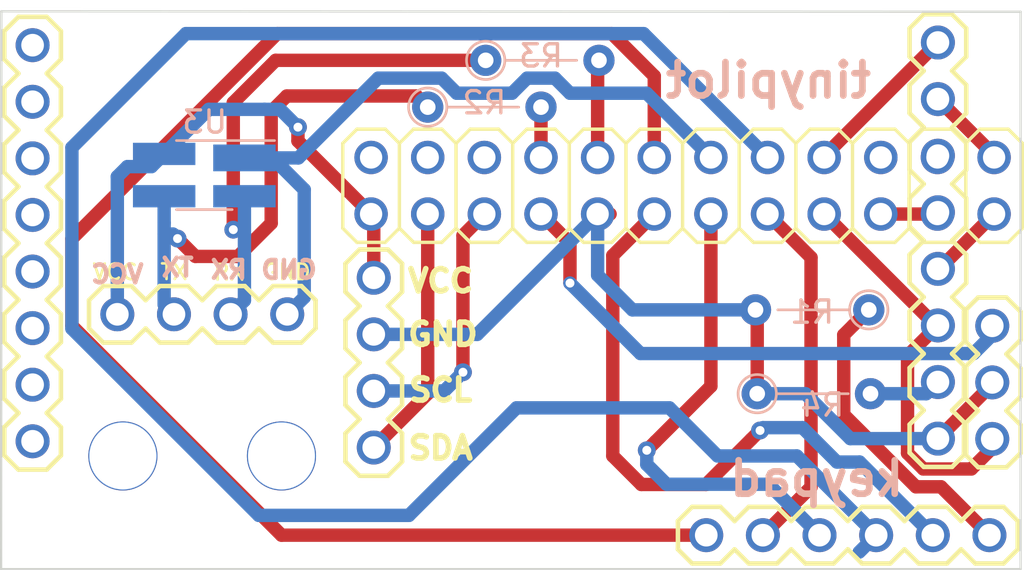
<source format=kicad_pcb>
(kicad_pcb (version 20171130) (host pcbnew 5.0.2)

  (general
    (thickness 1.6)
    (drawings 14)
    (tracks 154)
    (zones 0)
    (modules 12)
    (nets 36)
  )

  (page A4)
  (layers
    (0 F.Cu signal)
    (31 B.Cu signal)
    (32 B.Adhes user)
    (33 F.Adhes user)
    (34 B.Paste user)
    (35 F.Paste user)
    (36 B.SilkS user)
    (37 F.SilkS user)
    (38 B.Mask user)
    (39 F.Mask user)
    (40 Dwgs.User user)
    (41 Cmts.User user)
    (42 Eco1.User user)
    (43 Eco2.User user)
    (44 Edge.Cuts user)
    (45 Margin user)
    (46 B.CrtYd user)
    (47 F.CrtYd user)
    (48 B.Fab user)
    (49 F.Fab user)
  )

  (setup
    (last_trace_width 0.25)
    (user_trace_width 0.6)
    (trace_clearance 0.2)
    (zone_clearance 0.508)
    (zone_45_only no)
    (trace_min 0.2)
    (segment_width 0.2)
    (edge_width 0.1)
    (via_size 0.6)
    (via_drill 0.4)
    (via_min_size 0.4)
    (via_min_drill 0.3)
    (user_via 0.8 0.4)
    (uvia_size 0.3)
    (uvia_drill 0.1)
    (uvias_allowed no)
    (uvia_min_size 0.2)
    (uvia_min_drill 0.1)
    (pcb_text_width 0.3)
    (pcb_text_size 1.5 1.5)
    (mod_edge_width 0.15)
    (mod_text_size 1 1)
    (mod_text_width 0.15)
    (pad_size 1.2 2.8)
    (pad_drill 0)
    (pad_to_mask_clearance 0)
    (solder_mask_min_width 0.25)
    (aux_axis_origin 0 0)
    (visible_elements 7FFFFFFF)
    (pcbplotparams
      (layerselection 0x010fc_ffffffff)
      (usegerberextensions false)
      (usegerberattributes false)
      (usegerberadvancedattributes false)
      (creategerberjobfile false)
      (excludeedgelayer true)
      (linewidth 0.100000)
      (plotframeref false)
      (viasonmask false)
      (mode 1)
      (useauxorigin false)
      (hpglpennumber 1)
      (hpglpenspeed 20)
      (hpglpendiameter 15.000000)
      (psnegative false)
      (psa4output false)
      (plotreference true)
      (plotvalue true)
      (plotinvisibletext false)
      (padsonsilk false)
      (subtractmaskfromsilk false)
      (outputformat 1)
      (mirror false)
      (drillshape 0)
      (scaleselection 1)
      (outputdirectory "gerber"))
  )

  (net 0 "")
  (net 1 "Net-(J1-Pad8)")
  (net 2 "Net-(J1-Pad7)")
  (net 3 "Net-(J1-Pad6)")
  (net 4 "Net-(J1-Pad5)")
  (net 5 "Net-(J1-Pad4)")
  (net 6 "Net-(J1-Pad3)")
  (net 7 "Net-(J1-Pad2)")
  (net 8 "Net-(J1-Pad1)")
  (net 9 "Net-(J2-Pad1)")
  (net 10 "Net-(J2-Pad2)")
  (net 11 "Net-(J2-Pad3)")
  (net 12 "Net-(J2-Pad4)")
  (net 13 "Net-(J2-Pad5)")
  (net 14 "Net-(J3-Pad16)")
  (net 15 "Net-(J3-Pad15)")
  (net 16 "Net-(J3-Pad13)")
  (net 17 "Net-(J3-Pad12)")
  (net 18 "Net-(J3-Pad11)")
  (net 19 "Net-(J3-Pad10)")
  (net 20 "Net-(J3-Pad8)")
  (net 21 "Net-(J3-Pad7)")
  (net 22 "Net-(J3-Pad5)")
  (net 23 "Net-(J3-Pad3)")
  (net 24 "Net-(J5-Pad1)")
  (net 25 "Net-(J3-Pad20)")
  (net 26 "Net-(J3-Pad14)")
  (net 27 "Net-(J3-Pad6)")
  (net 28 "Net-(J3-Pad4)")
  (net 29 "Net-(J3-Pad2)")
  (net 30 "Net-(J3-Pad1)")
  (net 31 "Net-(J4-Pad2)")
  (net 32 "Net-(J4-Pad3)")
  (net 33 "Net-(J2-Pad6)")
  (net 34 "Net-(J2-Pad7)")
  (net 35 "Net-(J2-Pad8)")

  (net_class Default "This is the default net class."
    (clearance 0.2)
    (trace_width 0.25)
    (via_dia 0.6)
    (via_drill 0.4)
    (uvia_dia 0.3)
    (uvia_drill 0.1)
    (add_net "Net-(J1-Pad1)")
    (add_net "Net-(J1-Pad2)")
    (add_net "Net-(J1-Pad3)")
    (add_net "Net-(J1-Pad4)")
    (add_net "Net-(J1-Pad5)")
    (add_net "Net-(J1-Pad6)")
    (add_net "Net-(J1-Pad7)")
    (add_net "Net-(J1-Pad8)")
    (add_net "Net-(J2-Pad1)")
    (add_net "Net-(J2-Pad2)")
    (add_net "Net-(J2-Pad3)")
    (add_net "Net-(J2-Pad4)")
    (add_net "Net-(J2-Pad5)")
    (add_net "Net-(J2-Pad6)")
    (add_net "Net-(J2-Pad7)")
    (add_net "Net-(J2-Pad8)")
    (add_net "Net-(J3-Pad1)")
    (add_net "Net-(J3-Pad10)")
    (add_net "Net-(J3-Pad11)")
    (add_net "Net-(J3-Pad12)")
    (add_net "Net-(J3-Pad13)")
    (add_net "Net-(J3-Pad14)")
    (add_net "Net-(J3-Pad15)")
    (add_net "Net-(J3-Pad16)")
    (add_net "Net-(J3-Pad2)")
    (add_net "Net-(J3-Pad20)")
    (add_net "Net-(J3-Pad3)")
    (add_net "Net-(J3-Pad4)")
    (add_net "Net-(J3-Pad5)")
    (add_net "Net-(J3-Pad6)")
    (add_net "Net-(J3-Pad7)")
    (add_net "Net-(J3-Pad8)")
    (add_net "Net-(J4-Pad2)")
    (add_net "Net-(J4-Pad3)")
    (add_net "Net-(J5-Pad1)")
  )

  (module freetronics_footprints:1X08 (layer F.Cu) (tedit 5476A041) (tstamp 5B7FB039)
    (at 45.1 69.7 90)
    (path /5B6ED9A6)
    (fp_text reference J1 (at 0 0 90) (layer Eco1.User)
      (effects (font (size 0.6 0.6) (thickness 0.1)))
    )
    (fp_text value Conn_01x08 (at 0.254 1.905 90) (layer Eco1.User) hide
      (effects (font (size 0.6 0.6) (thickness 0.1)))
    )
    (fp_line (start 18.415 1.27) (end 17.145 1.27) (layer F.SilkS) (width 0.2032))
    (fp_line (start 16.51 0.635) (end 17.145 1.27) (layer F.SilkS) (width 0.2032))
    (fp_line (start 17.145 -1.27) (end 16.51 -0.635) (layer F.SilkS) (width 0.2032))
    (fp_line (start 19.05 0.635) (end 18.415 1.27) (layer F.SilkS) (width 0.2032))
    (fp_line (start 19.05 -0.635) (end 19.05 0.635) (layer F.SilkS) (width 0.2032))
    (fp_line (start 18.415 -1.27) (end 19.05 -0.635) (layer F.SilkS) (width 0.2032))
    (fp_line (start 17.145 -1.27) (end 18.415 -1.27) (layer F.SilkS) (width 0.2032))
    (fp_line (start 0.635 1.27) (end -0.635 1.27) (layer F.SilkS) (width 0.2032))
    (fp_line (start -1.27 0.635) (end -0.635 1.27) (layer F.SilkS) (width 0.2032))
    (fp_line (start -0.635 -1.27) (end -1.27 -0.635) (layer F.SilkS) (width 0.2032))
    (fp_line (start -1.27 -0.635) (end -1.27 0.635) (layer F.SilkS) (width 0.2032))
    (fp_line (start 1.905 1.27) (end 1.27 0.635) (layer F.SilkS) (width 0.2032))
    (fp_line (start 3.175 1.27) (end 1.905 1.27) (layer F.SilkS) (width 0.2032))
    (fp_line (start 3.81 0.635) (end 3.175 1.27) (layer F.SilkS) (width 0.2032))
    (fp_line (start 3.175 -1.27) (end 3.81 -0.635) (layer F.SilkS) (width 0.2032))
    (fp_line (start 1.905 -1.27) (end 3.175 -1.27) (layer F.SilkS) (width 0.2032))
    (fp_line (start 1.27 -0.635) (end 1.905 -1.27) (layer F.SilkS) (width 0.2032))
    (fp_line (start 1.27 0.635) (end 0.635 1.27) (layer F.SilkS) (width 0.2032))
    (fp_line (start 0.635 -1.27) (end 1.27 -0.635) (layer F.SilkS) (width 0.2032))
    (fp_line (start -0.635 -1.27) (end 0.635 -1.27) (layer F.SilkS) (width 0.2032))
    (fp_line (start 8.255 1.27) (end 6.985 1.27) (layer F.SilkS) (width 0.2032))
    (fp_line (start 6.35 0.635) (end 6.985 1.27) (layer F.SilkS) (width 0.2032))
    (fp_line (start 6.985 -1.27) (end 6.35 -0.635) (layer F.SilkS) (width 0.2032))
    (fp_line (start 4.445 1.27) (end 3.81 0.635) (layer F.SilkS) (width 0.2032))
    (fp_line (start 5.715 1.27) (end 4.445 1.27) (layer F.SilkS) (width 0.2032))
    (fp_line (start 6.35 0.635) (end 5.715 1.27) (layer F.SilkS) (width 0.2032))
    (fp_line (start 5.715 -1.27) (end 6.35 -0.635) (layer F.SilkS) (width 0.2032))
    (fp_line (start 4.445 -1.27) (end 5.715 -1.27) (layer F.SilkS) (width 0.2032))
    (fp_line (start 3.81 -0.635) (end 4.445 -1.27) (layer F.SilkS) (width 0.2032))
    (fp_line (start 9.525 1.27) (end 8.89 0.635) (layer F.SilkS) (width 0.2032))
    (fp_line (start 10.795 1.27) (end 9.525 1.27) (layer F.SilkS) (width 0.2032))
    (fp_line (start 11.43 0.635) (end 10.795 1.27) (layer F.SilkS) (width 0.2032))
    (fp_line (start 10.795 -1.27) (end 11.43 -0.635) (layer F.SilkS) (width 0.2032))
    (fp_line (start 9.525 -1.27) (end 10.795 -1.27) (layer F.SilkS) (width 0.2032))
    (fp_line (start 8.89 -0.635) (end 9.525 -1.27) (layer F.SilkS) (width 0.2032))
    (fp_line (start 8.89 0.635) (end 8.255 1.27) (layer F.SilkS) (width 0.2032))
    (fp_line (start 8.255 -1.27) (end 8.89 -0.635) (layer F.SilkS) (width 0.2032))
    (fp_line (start 6.985 -1.27) (end 8.255 -1.27) (layer F.SilkS) (width 0.2032))
    (fp_line (start 15.875 1.27) (end 14.605 1.27) (layer F.SilkS) (width 0.2032))
    (fp_line (start 13.97 0.635) (end 14.605 1.27) (layer F.SilkS) (width 0.2032))
    (fp_line (start 14.605 -1.27) (end 13.97 -0.635) (layer F.SilkS) (width 0.2032))
    (fp_line (start 12.065 1.27) (end 11.43 0.635) (layer F.SilkS) (width 0.2032))
    (fp_line (start 13.335 1.27) (end 12.065 1.27) (layer F.SilkS) (width 0.2032))
    (fp_line (start 13.97 0.635) (end 13.335 1.27) (layer F.SilkS) (width 0.2032))
    (fp_line (start 13.335 -1.27) (end 13.97 -0.635) (layer F.SilkS) (width 0.2032))
    (fp_line (start 12.065 -1.27) (end 13.335 -1.27) (layer F.SilkS) (width 0.2032))
    (fp_line (start 11.43 -0.635) (end 12.065 -1.27) (layer F.SilkS) (width 0.2032))
    (fp_line (start 16.51 0.635) (end 15.875 1.27) (layer F.SilkS) (width 0.2032))
    (fp_line (start 15.875 -1.27) (end 16.51 -0.635) (layer F.SilkS) (width 0.2032))
    (fp_line (start 14.605 -1.27) (end 15.875 -1.27) (layer F.SilkS) (width 0.2032))
    (pad 8 thru_hole oval (at 17.78 0 180) (size 1.524 1.524) (drill 1.016) (layers *.Cu *.Mask)
      (net 1 "Net-(J1-Pad8)"))
    (pad 7 thru_hole oval (at 15.24 0 180) (size 1.524 1.524) (drill 1.016) (layers *.Cu *.Mask)
      (net 2 "Net-(J1-Pad7)"))
    (pad 6 thru_hole oval (at 12.7 0 180) (size 1.524 1.524) (drill 1.016) (layers *.Cu *.Mask)
      (net 3 "Net-(J1-Pad6)"))
    (pad 5 thru_hole oval (at 10.16 0 180) (size 1.524 1.524) (drill 1.016) (layers *.Cu *.Mask)
      (net 4 "Net-(J1-Pad5)"))
    (pad 4 thru_hole oval (at 7.62 0 180) (size 1.524 1.524) (drill 1.016) (layers *.Cu *.Mask)
      (net 5 "Net-(J1-Pad4)"))
    (pad 3 thru_hole oval (at 5.08 0 180) (size 1.524 1.524) (drill 1.016) (layers *.Cu *.Mask)
      (net 6 "Net-(J1-Pad3)"))
    (pad 2 thru_hole oval (at 2.54 0 180) (size 1.524 1.524) (drill 1.016) (layers *.Cu *.Mask)
      (net 7 "Net-(J1-Pad2)"))
    (pad 1 thru_hole oval (at 0 0 180) (size 1.524 1.524) (drill 1.016) (layers *.Cu *.Mask)
      (net 8 "Net-(J1-Pad1)"))
  )

  (module freetronics_footprints:1X08 (layer F.Cu) (tedit 5476A041) (tstamp 5B7FB077)
    (at 85.7 51.8 270)
    (path /5B6DE30F)
    (fp_text reference J2 (at 0 0 270) (layer Eco1.User)
      (effects (font (size 0.6 0.6) (thickness 0.1)))
    )
    (fp_text value Conn_01x08 (at 0.254 1.905 270) (layer Eco1.User) hide
      (effects (font (size 0.6 0.6) (thickness 0.1)))
    )
    (fp_line (start 14.605 -1.27) (end 15.875 -1.27) (layer F.SilkS) (width 0.2032))
    (fp_line (start 15.875 -1.27) (end 16.51 -0.635) (layer F.SilkS) (width 0.2032))
    (fp_line (start 16.51 0.635) (end 15.875 1.27) (layer F.SilkS) (width 0.2032))
    (fp_line (start 11.43 -0.635) (end 12.065 -1.27) (layer F.SilkS) (width 0.2032))
    (fp_line (start 12.065 -1.27) (end 13.335 -1.27) (layer F.SilkS) (width 0.2032))
    (fp_line (start 13.335 -1.27) (end 13.97 -0.635) (layer F.SilkS) (width 0.2032))
    (fp_line (start 13.97 0.635) (end 13.335 1.27) (layer F.SilkS) (width 0.2032))
    (fp_line (start 13.335 1.27) (end 12.065 1.27) (layer F.SilkS) (width 0.2032))
    (fp_line (start 12.065 1.27) (end 11.43 0.635) (layer F.SilkS) (width 0.2032))
    (fp_line (start 14.605 -1.27) (end 13.97 -0.635) (layer F.SilkS) (width 0.2032))
    (fp_line (start 13.97 0.635) (end 14.605 1.27) (layer F.SilkS) (width 0.2032))
    (fp_line (start 15.875 1.27) (end 14.605 1.27) (layer F.SilkS) (width 0.2032))
    (fp_line (start 6.985 -1.27) (end 8.255 -1.27) (layer F.SilkS) (width 0.2032))
    (fp_line (start 8.255 -1.27) (end 8.89 -0.635) (layer F.SilkS) (width 0.2032))
    (fp_line (start 8.89 0.635) (end 8.255 1.27) (layer F.SilkS) (width 0.2032))
    (fp_line (start 8.89 -0.635) (end 9.525 -1.27) (layer F.SilkS) (width 0.2032))
    (fp_line (start 9.525 -1.27) (end 10.795 -1.27) (layer F.SilkS) (width 0.2032))
    (fp_line (start 10.795 -1.27) (end 11.43 -0.635) (layer F.SilkS) (width 0.2032))
    (fp_line (start 11.43 0.635) (end 10.795 1.27) (layer F.SilkS) (width 0.2032))
    (fp_line (start 10.795 1.27) (end 9.525 1.27) (layer F.SilkS) (width 0.2032))
    (fp_line (start 9.525 1.27) (end 8.89 0.635) (layer F.SilkS) (width 0.2032))
    (fp_line (start 3.81 -0.635) (end 4.445 -1.27) (layer F.SilkS) (width 0.2032))
    (fp_line (start 4.445 -1.27) (end 5.715 -1.27) (layer F.SilkS) (width 0.2032))
    (fp_line (start 5.715 -1.27) (end 6.35 -0.635) (layer F.SilkS) (width 0.2032))
    (fp_line (start 6.35 0.635) (end 5.715 1.27) (layer F.SilkS) (width 0.2032))
    (fp_line (start 5.715 1.27) (end 4.445 1.27) (layer F.SilkS) (width 0.2032))
    (fp_line (start 4.445 1.27) (end 3.81 0.635) (layer F.SilkS) (width 0.2032))
    (fp_line (start 6.985 -1.27) (end 6.35 -0.635) (layer F.SilkS) (width 0.2032))
    (fp_line (start 6.35 0.635) (end 6.985 1.27) (layer F.SilkS) (width 0.2032))
    (fp_line (start 8.255 1.27) (end 6.985 1.27) (layer F.SilkS) (width 0.2032))
    (fp_line (start -0.635 -1.27) (end 0.635 -1.27) (layer F.SilkS) (width 0.2032))
    (fp_line (start 0.635 -1.27) (end 1.27 -0.635) (layer F.SilkS) (width 0.2032))
    (fp_line (start 1.27 0.635) (end 0.635 1.27) (layer F.SilkS) (width 0.2032))
    (fp_line (start 1.27 -0.635) (end 1.905 -1.27) (layer F.SilkS) (width 0.2032))
    (fp_line (start 1.905 -1.27) (end 3.175 -1.27) (layer F.SilkS) (width 0.2032))
    (fp_line (start 3.175 -1.27) (end 3.81 -0.635) (layer F.SilkS) (width 0.2032))
    (fp_line (start 3.81 0.635) (end 3.175 1.27) (layer F.SilkS) (width 0.2032))
    (fp_line (start 3.175 1.27) (end 1.905 1.27) (layer F.SilkS) (width 0.2032))
    (fp_line (start 1.905 1.27) (end 1.27 0.635) (layer F.SilkS) (width 0.2032))
    (fp_line (start -1.27 -0.635) (end -1.27 0.635) (layer F.SilkS) (width 0.2032))
    (fp_line (start -0.635 -1.27) (end -1.27 -0.635) (layer F.SilkS) (width 0.2032))
    (fp_line (start -1.27 0.635) (end -0.635 1.27) (layer F.SilkS) (width 0.2032))
    (fp_line (start 0.635 1.27) (end -0.635 1.27) (layer F.SilkS) (width 0.2032))
    (fp_line (start 17.145 -1.27) (end 18.415 -1.27) (layer F.SilkS) (width 0.2032))
    (fp_line (start 18.415 -1.27) (end 19.05 -0.635) (layer F.SilkS) (width 0.2032))
    (fp_line (start 19.05 -0.635) (end 19.05 0.635) (layer F.SilkS) (width 0.2032))
    (fp_line (start 19.05 0.635) (end 18.415 1.27) (layer F.SilkS) (width 0.2032))
    (fp_line (start 17.145 -1.27) (end 16.51 -0.635) (layer F.SilkS) (width 0.2032))
    (fp_line (start 16.51 0.635) (end 17.145 1.27) (layer F.SilkS) (width 0.2032))
    (fp_line (start 18.415 1.27) (end 17.145 1.27) (layer F.SilkS) (width 0.2032))
    (pad 1 thru_hole oval (at 0 0) (size 1.524 1.524) (drill 1.016) (layers *.Cu *.Mask)
      (net 9 "Net-(J2-Pad1)"))
    (pad 2 thru_hole oval (at 2.54 0) (size 1.524 1.524) (drill 1.016) (layers *.Cu *.Mask)
      (net 10 "Net-(J2-Pad2)"))
    (pad 3 thru_hole oval (at 5.08 0) (size 1.524 1.524) (drill 1.016) (layers *.Cu *.Mask)
      (net 11 "Net-(J2-Pad3)"))
    (pad 4 thru_hole oval (at 7.62 0) (size 1.524 1.524) (drill 1.016) (layers *.Cu *.Mask)
      (net 12 "Net-(J2-Pad4)"))
    (pad 5 thru_hole oval (at 10.16 0) (size 1.524 1.524) (drill 1.016) (layers *.Cu *.Mask)
      (net 13 "Net-(J2-Pad5)"))
    (pad 6 thru_hole oval (at 12.7 0) (size 1.524 1.524) (drill 1.016) (layers *.Cu *.Mask)
      (net 33 "Net-(J2-Pad6)"))
    (pad 7 thru_hole oval (at 15.24 0) (size 1.524 1.524) (drill 1.016) (layers *.Cu *.Mask)
      (net 34 "Net-(J2-Pad7)"))
    (pad 8 thru_hole oval (at 17.78 0) (size 1.524 1.524) (drill 1.016) (layers *.Cu *.Mask)
      (net 35 "Net-(J2-Pad8)"))
  )

  (module tinypilot_footprints:2X12 locked (layer F.Cu) (tedit 5B6DEE6D) (tstamp 5B7FB0E9)
    (at 60.28 59.5)
    (path /5B6DE2B6)
    (fp_text reference J3 (at -0.127 -1.27 90) (layer Eco1.User)
      (effects (font (size 0.6 0.6) (thickness 0.1)))
    )
    (fp_text value RASPBERRY_PI_P1 (at 2.413 1.905) (layer Eco1.User) hide
      (effects (font (size 0.6 0.6) (thickness 0.1)))
    )
    (fp_line (start -0.635 1.27) (end 0.635 1.27) (layer F.SilkS) (width 0.1524))
    (fp_line (start 1.905 1.27) (end 3.175 1.27) (layer F.SilkS) (width 0.1524))
    (fp_line (start 4.445 1.27) (end 5.715 1.27) (layer F.SilkS) (width 0.1524))
    (fp_line (start 6.985 1.27) (end 8.255 1.27) (layer F.SilkS) (width 0.1524))
    (fp_line (start 9.525 1.27) (end 10.795 1.27) (layer F.SilkS) (width 0.1524))
    (fp_line (start 12.065 1.27) (end 13.335 1.27) (layer F.SilkS) (width 0.1524))
    (fp_line (start 14.605 1.27) (end 15.875 1.27) (layer F.SilkS) (width 0.1524))
    (fp_line (start 17.145 1.27) (end 18.415 1.27) (layer F.SilkS) (width 0.1524))
    (fp_line (start 19.05 -3.175) (end 19.05 0.635) (layer F.SilkS) (width 0.1524))
    (fp_line (start 16.51 -3.175) (end 16.51 0.635) (layer F.SilkS) (width 0.1524))
    (fp_line (start 13.97 -3.175) (end 13.97 0.635) (layer F.SilkS) (width 0.1524))
    (fp_line (start 11.43 -3.175) (end 11.43 0.635) (layer F.SilkS) (width 0.1524))
    (fp_line (start 8.89 -3.175) (end 8.89 0.635) (layer F.SilkS) (width 0.1524))
    (fp_line (start 6.35 -3.175) (end 6.35 0.635) (layer F.SilkS) (width 0.1524))
    (fp_line (start 3.81 -3.175) (end 3.81 0.635) (layer F.SilkS) (width 0.1524))
    (fp_line (start 1.27 -3.175) (end 1.27 0.635) (layer F.SilkS) (width 0.1524))
    (fp_line (start 13.97 0.635) (end 14.605 1.27) (layer F.SilkS) (width 0.1524))
    (fp_line (start 16.51 0.635) (end 15.875 1.27) (layer F.SilkS) (width 0.1524))
    (fp_line (start 16.51 0.635) (end 17.145 1.27) (layer F.SilkS) (width 0.1524))
    (fp_line (start 19.05 0.635) (end 18.415 1.27) (layer F.SilkS) (width 0.1524))
    (fp_line (start 18.415 -3.81) (end 19.05 -3.175) (layer F.SilkS) (width 0.1524))
    (fp_line (start 17.145 -3.81) (end 18.415 -3.81) (layer F.SilkS) (width 0.1524))
    (fp_line (start 16.51 -3.175) (end 17.145 -3.81) (layer F.SilkS) (width 0.1524))
    (fp_line (start 15.875 -3.81) (end 16.51 -3.175) (layer F.SilkS) (width 0.1524))
    (fp_line (start 14.605 -3.81) (end 15.875 -3.81) (layer F.SilkS) (width 0.1524))
    (fp_line (start 13.97 -3.175) (end 14.605 -3.81) (layer F.SilkS) (width 0.1524))
    (fp_line (start 13.335 -3.81) (end 13.97 -3.175) (layer F.SilkS) (width 0.1524))
    (fp_line (start 12.065 -3.81) (end 13.335 -3.81) (layer F.SilkS) (width 0.1524))
    (fp_line (start 11.43 -3.175) (end 12.065 -3.81) (layer F.SilkS) (width 0.1524))
    (fp_line (start 10.795 -3.81) (end 11.43 -3.175) (layer F.SilkS) (width 0.1524))
    (fp_line (start 9.525 -3.81) (end 10.795 -3.81) (layer F.SilkS) (width 0.1524))
    (fp_line (start 8.89 -3.175) (end 9.525 -3.81) (layer F.SilkS) (width 0.1524))
    (fp_line (start 8.255 -3.81) (end 8.89 -3.175) (layer F.SilkS) (width 0.1524))
    (fp_line (start 6.985 -3.81) (end 8.255 -3.81) (layer F.SilkS) (width 0.1524))
    (fp_line (start 6.35 -3.175) (end 6.985 -3.81) (layer F.SilkS) (width 0.1524))
    (fp_line (start 5.715 -3.81) (end 6.35 -3.175) (layer F.SilkS) (width 0.1524))
    (fp_line (start 4.445 -3.81) (end 5.715 -3.81) (layer F.SilkS) (width 0.1524))
    (fp_line (start 3.81 -3.175) (end 4.445 -3.81) (layer F.SilkS) (width 0.1524))
    (fp_line (start 3.175 -3.81) (end 3.81 -3.175) (layer F.SilkS) (width 0.1524))
    (fp_line (start 1.905 -3.81) (end 3.175 -3.81) (layer F.SilkS) (width 0.1524))
    (fp_line (start 1.27 -3.175) (end 1.905 -3.81) (layer F.SilkS) (width 0.1524))
    (fp_line (start 0.635 -3.81) (end 1.27 -3.175) (layer F.SilkS) (width 0.1524))
    (fp_line (start -0.635 -3.81) (end 0.635 -3.81) (layer F.SilkS) (width 0.1524))
    (fp_line (start -1.27 -3.175) (end -0.635 -3.81) (layer F.SilkS) (width 0.1524))
    (fp_line (start -1.27 0.635) (end -1.27 -3.175) (layer F.SilkS) (width 0.1524))
    (fp_line (start 13.335 1.27) (end 13.97 0.635) (layer F.SilkS) (width 0.1524))
    (fp_line (start 11.43 0.635) (end 12.065 1.27) (layer F.SilkS) (width 0.1524))
    (fp_line (start 10.795 1.27) (end 11.43 0.635) (layer F.SilkS) (width 0.1524))
    (fp_line (start 8.89 0.635) (end 9.525 1.27) (layer F.SilkS) (width 0.1524))
    (fp_line (start 8.255 1.27) (end 8.89 0.635) (layer F.SilkS) (width 0.1524))
    (fp_line (start 6.35 0.635) (end 6.985 1.27) (layer F.SilkS) (width 0.1524))
    (fp_line (start 5.715 1.27) (end 6.35 0.635) (layer F.SilkS) (width 0.1524))
    (fp_line (start 3.81 0.635) (end 4.445 1.27) (layer F.SilkS) (width 0.1524))
    (fp_line (start 3.175 1.27) (end 3.81 0.635) (layer F.SilkS) (width 0.1524))
    (fp_line (start 1.27 0.635) (end 1.905 1.27) (layer F.SilkS) (width 0.1524))
    (fp_line (start 0.635 1.27) (end 1.27 0.635) (layer F.SilkS) (width 0.1524))
    (fp_line (start -1.27 0.635) (end -0.635 1.27) (layer F.SilkS) (width 0.1524))
    (fp_text user "" (at -4.88 3.7) (layer F.SilkS)
      (effects (font (size 1.016 1.016) (thickness 0.16256)))
    )
    (fp_line (start 28.575 -3.81) (end 29.21 -3.175) (layer F.SilkS) (width 0.1524))
    (fp_line (start 27.305 -3.81) (end 28.575 -3.81) (layer F.SilkS) (width 0.1524))
    (fp_line (start 26.67 -3.175) (end 27.305 -3.81) (layer F.SilkS) (width 0.1524))
    (fp_line (start 26.035 -3.81) (end 26.67 -3.175) (layer F.SilkS) (width 0.1524))
    (fp_line (start 24.765 -3.81) (end 26.035 -3.81) (layer F.SilkS) (width 0.1524))
    (fp_line (start 24.13 -3.175) (end 24.765 -3.81) (layer F.SilkS) (width 0.1524))
    (fp_line (start 23.495 -3.81) (end 24.13 -3.175) (layer F.SilkS) (width 0.1524))
    (fp_line (start 22.225 -3.81) (end 23.495 -3.81) (layer F.SilkS) (width 0.1524))
    (fp_line (start 21.59 -3.175) (end 22.225 -3.81) (layer F.SilkS) (width 0.1524))
    (fp_line (start 20.955 -3.81) (end 21.59 -3.175) (layer F.SilkS) (width 0.1524))
    (fp_line (start 19.685 -3.81) (end 20.955 -3.81) (layer F.SilkS) (width 0.1524))
    (fp_line (start 19.05 -3.175) (end 19.685 -3.81) (layer F.SilkS) (width 0.1524))
    (fp_line (start 19.685 1.27) (end 19.05 0.635) (layer F.SilkS) (width 0.1524))
    (fp_line (start 20.955 1.27) (end 19.685 1.27) (layer F.SilkS) (width 0.1524))
    (fp_line (start 21.59 0.635) (end 20.955 1.27) (layer F.SilkS) (width 0.1524))
    (fp_line (start 22.225 1.27) (end 21.59 0.635) (layer F.SilkS) (width 0.1524))
    (fp_line (start 23.495 1.27) (end 22.225 1.27) (layer F.SilkS) (width 0.1524))
    (fp_line (start 24.13 0.635) (end 23.495 1.27) (layer F.SilkS) (width 0.1524))
    (fp_line (start 24.765 1.27) (end 24.13 0.635) (layer F.SilkS) (width 0.1524))
    (fp_line (start 26.035 1.27) (end 24.765 1.27) (layer F.SilkS) (width 0.1524))
    (fp_line (start 26.67 0.635) (end 26.035 1.27) (layer F.SilkS) (width 0.1524))
    (fp_line (start 27.305 1.27) (end 26.67 0.635) (layer F.SilkS) (width 0.1524))
    (fp_line (start 28.575 1.27) (end 27.305 1.27) (layer F.SilkS) (width 0.1524))
    (fp_line (start 29.21 0.635) (end 28.575 1.27) (layer F.SilkS) (width 0.1524))
    (fp_line (start 21.59 0.635) (end 21.59 -3.175) (layer F.SilkS) (width 0.1524))
    (fp_line (start 24.13 -3.175) (end 24.13 0.635) (layer F.SilkS) (width 0.1524))
    (fp_line (start 26.67 -3.175) (end 26.67 0.635) (layer F.SilkS) (width 0.1524))
    (fp_line (start 29.21 -3.175) (end 29.21 0.635) (layer F.SilkS) (width 0.1524))
    (pad 24 thru_hole oval (at 27.94 -2.54) (size 1.5 1.5) (drill 1) (layers *.Cu *.Mask)
      (net 10 "Net-(J2-Pad2)"))
    (pad 23 thru_hole oval (at 27.94 0) (size 1.5 1.5) (drill 1) (layers *.Cu *.Mask)
      (net 13 "Net-(J2-Pad5)"))
    (pad 22 thru_hole oval (at 25.4 -2.54) (size 1.5 1.5) (drill 1) (layers *.Cu *.Mask)
      (net 11 "Net-(J2-Pad3)"))
    (pad 21 thru_hole oval (at 25.4 0) (size 1.5 1.5) (drill 1) (layers *.Cu *.Mask)
      (net 12 "Net-(J2-Pad4)"))
    (pad 20 thru_hole oval (at 22.86 -2.54) (size 1.5 1.5) (drill 1) (layers *.Cu *.Mask)
      (net 25 "Net-(J3-Pad20)"))
    (pad 19 thru_hole oval (at 22.86 0) (size 1.5 1.5) (drill 1) (layers *.Cu *.Mask)
      (net 12 "Net-(J2-Pad4)"))
    (pad 18 thru_hole oval (at 20.32 -2.54) (size 1.5 1.5) (drill 1) (layers *.Cu *.Mask)
      (net 9 "Net-(J2-Pad1)"))
    (pad 17 thru_hole oval (at 20.32 0) (size 1.5 1.5) (drill 1) (layers *.Cu *.Mask)
      (net 33 "Net-(J2-Pad6)"))
    (pad 16 thru_hole oval (at 17.78 -2.54) (size 1.5 1.5) (drill 1) (layers *.Cu *.Mask)
      (net 14 "Net-(J3-Pad16)"))
    (pad 15 thru_hole oval (at 17.78 0) (size 1.5 1.5) (drill 1) (layers *.Cu *.Mask)
      (net 15 "Net-(J3-Pad15)"))
    (pad 14 thru_hole oval (at 15.24 -2.54) (size 1.5 1.5) (drill 1) (layers *.Cu *.Mask)
      (net 26 "Net-(J3-Pad14)"))
    (pad 13 thru_hole oval (at 15.24 0) (size 1.5 1.5) (drill 1) (layers *.Cu *.Mask)
      (net 16 "Net-(J3-Pad13)"))
    (pad 12 thru_hole oval (at 12.7 -2.54) (size 1.5 1.5) (drill 1) (layers *.Cu *.Mask)
      (net 17 "Net-(J3-Pad12)"))
    (pad 11 thru_hole oval (at 12.7 0) (size 1.5 1.5) (drill 1) (layers *.Cu *.Mask)
      (net 18 "Net-(J3-Pad11)"))
    (pad 10 thru_hole oval (at 10.16 -2.54) (size 1.5 1.5) (drill 1) (layers *.Cu *.Mask)
      (net 19 "Net-(J3-Pad10)"))
    (pad 9 thru_hole oval (at 10.16 0) (size 1.5 1.5) (drill 1) (layers *.Cu *.Mask)
      (net 35 "Net-(J2-Pad8)"))
    (pad 8 thru_hole oval (at 7.62 -2.54) (size 1.5 1.5) (drill 1) (layers *.Cu *.Mask)
      (net 20 "Net-(J3-Pad8)"))
    (pad 7 thru_hole oval (at 7.62 0) (size 1.5 1.5) (drill 1) (layers *.Cu *.Mask)
      (net 21 "Net-(J3-Pad7)"))
    (pad 6 thru_hole oval (at 5.08 -2.54) (size 1.5 1.5) (drill 1) (layers *.Cu *.Mask)
      (net 27 "Net-(J3-Pad6)"))
    (pad 5 thru_hole oval (at 5.08 0) (size 1.5 1.5) (drill 1) (layers *.Cu *.Mask)
      (net 22 "Net-(J3-Pad5)"))
    (pad 4 thru_hole oval (at 2.54 -2.54) (size 1.5 1.5) (drill 1) (layers *.Cu *.Mask)
      (net 28 "Net-(J3-Pad4)"))
    (pad 3 thru_hole oval (at 2.54 0) (size 1.5 1.5) (drill 1) (layers *.Cu *.Mask)
      (net 23 "Net-(J3-Pad3)"))
    (pad 2 thru_hole oval (at 0 -2.54) (size 1.5 1.5) (drill 1) (layers *.Cu *.Mask)
      (net 29 "Net-(J3-Pad2)"))
    (pad 1 thru_hole oval (at 0 0) (size 1.5 1.5) (drill 1) (layers *.Cu *.Mask)
      (net 30 "Net-(J3-Pad1)"))
  )

  (module freetronics_footprints:1X06 (layer F.Cu) (tedit 54769E30) (tstamp 5B9AF5A4)
    (at 88.011 73.914 180)
    (path /5B6DE43F)
    (fp_text reference J5 (at 0 0 180) (layer Eco1.User)
      (effects (font (size 0.6 0.6) (thickness 0.1)))
    )
    (fp_text value Conn_01x06 (at 0.2 1.9 180) (layer Eco1.User) hide
      (effects (font (size 1.27 1.27) (thickness 0.1016)))
    )
    (fp_line (start 11.43 -0.635) (end 12.065 -1.27) (layer F.SilkS) (width 0.2032))
    (fp_line (start 12.065 -1.27) (end 13.335 -1.27) (layer F.SilkS) (width 0.2032))
    (fp_line (start 13.335 -1.27) (end 13.97 -0.635) (layer F.SilkS) (width 0.2032))
    (fp_line (start 13.97 0.635) (end 13.335 1.27) (layer F.SilkS) (width 0.2032))
    (fp_line (start 13.335 1.27) (end 12.065 1.27) (layer F.SilkS) (width 0.2032))
    (fp_line (start 12.065 1.27) (end 11.43 0.635) (layer F.SilkS) (width 0.2032))
    (fp_line (start 6.985 -1.27) (end 8.255 -1.27) (layer F.SilkS) (width 0.2032))
    (fp_line (start 8.255 -1.27) (end 8.89 -0.635) (layer F.SilkS) (width 0.2032))
    (fp_line (start 8.89 0.635) (end 8.255 1.27) (layer F.SilkS) (width 0.2032))
    (fp_line (start 8.89 -0.635) (end 9.525 -1.27) (layer F.SilkS) (width 0.2032))
    (fp_line (start 9.525 -1.27) (end 10.795 -1.27) (layer F.SilkS) (width 0.2032))
    (fp_line (start 10.795 -1.27) (end 11.43 -0.635) (layer F.SilkS) (width 0.2032))
    (fp_line (start 11.43 0.635) (end 10.795 1.27) (layer F.SilkS) (width 0.2032))
    (fp_line (start 10.795 1.27) (end 9.525 1.27) (layer F.SilkS) (width 0.2032))
    (fp_line (start 9.525 1.27) (end 8.89 0.635) (layer F.SilkS) (width 0.2032))
    (fp_line (start 3.81 -0.635) (end 4.445 -1.27) (layer F.SilkS) (width 0.2032))
    (fp_line (start 4.445 -1.27) (end 5.715 -1.27) (layer F.SilkS) (width 0.2032))
    (fp_line (start 5.715 -1.27) (end 6.35 -0.635) (layer F.SilkS) (width 0.2032))
    (fp_line (start 6.35 0.635) (end 5.715 1.27) (layer F.SilkS) (width 0.2032))
    (fp_line (start 5.715 1.27) (end 4.445 1.27) (layer F.SilkS) (width 0.2032))
    (fp_line (start 4.445 1.27) (end 3.81 0.635) (layer F.SilkS) (width 0.2032))
    (fp_line (start 6.985 -1.27) (end 6.35 -0.635) (layer F.SilkS) (width 0.2032))
    (fp_line (start 6.35 0.635) (end 6.985 1.27) (layer F.SilkS) (width 0.2032))
    (fp_line (start 8.255 1.27) (end 6.985 1.27) (layer F.SilkS) (width 0.2032))
    (fp_line (start -0.635 -1.27) (end 0.635 -1.27) (layer F.SilkS) (width 0.2032))
    (fp_line (start 0.635 -1.27) (end 1.27 -0.635) (layer F.SilkS) (width 0.2032))
    (fp_line (start 1.27 0.635) (end 0.635 1.27) (layer F.SilkS) (width 0.2032))
    (fp_line (start 1.27 -0.635) (end 1.905 -1.27) (layer F.SilkS) (width 0.2032))
    (fp_line (start 1.905 -1.27) (end 3.175 -1.27) (layer F.SilkS) (width 0.2032))
    (fp_line (start 3.175 -1.27) (end 3.81 -0.635) (layer F.SilkS) (width 0.2032))
    (fp_line (start 3.81 0.635) (end 3.175 1.27) (layer F.SilkS) (width 0.2032))
    (fp_line (start 3.175 1.27) (end 1.905 1.27) (layer F.SilkS) (width 0.2032))
    (fp_line (start 1.905 1.27) (end 1.27 0.635) (layer F.SilkS) (width 0.2032))
    (fp_line (start -1.27 -0.635) (end -1.27 0.635) (layer F.SilkS) (width 0.2032))
    (fp_line (start -0.635 -1.27) (end -1.27 -0.635) (layer F.SilkS) (width 0.2032))
    (fp_line (start -1.27 0.635) (end -0.635 1.27) (layer F.SilkS) (width 0.2032))
    (fp_line (start 0.635 1.27) (end -0.635 1.27) (layer F.SilkS) (width 0.2032))
    (fp_line (start 13.97 -0.635) (end 13.97 0.635) (layer F.SilkS) (width 0.2032))
    (pad 1 thru_hole oval (at 0 0 270) (size 1.524 1.524) (drill 1.016) (layers *.Cu *.Mask)
      (net 24 "Net-(J5-Pad1)"))
    (pad 2 thru_hole oval (at 2.54 0 270) (size 1.524 1.524) (drill 1.016) (layers *.Cu *.Mask)
      (net 18 "Net-(J3-Pad11)"))
    (pad 3 thru_hole oval (at 5.08 0 270) (size 1.524 1.524) (drill 1.016) (layers *.Cu *.Mask)
      (net 14 "Net-(J3-Pad16)"))
    (pad 4 thru_hole oval (at 7.62 0 270) (size 1.524 1.524) (drill 1.016) (layers *.Cu *.Mask)
      (net 16 "Net-(J3-Pad13)"))
    (pad 5 thru_hole oval (at 10.16 0 270) (size 1.524 1.524) (drill 1.016) (layers *.Cu *.Mask)
      (net 15 "Net-(J3-Pad15)"))
    (pad 6 thru_hole oval (at 12.7 0 270) (size 1.524 1.524) (drill 1.016) (layers *.Cu *.Mask)
      (net 17 "Net-(J3-Pad12)"))
  )

  (module freetronics_footprints:1X03 (layer F.Cu) (tedit 54769DEE) (tstamp 5B7FFE01)
    (at 88.138 64.516 270)
    (path /5B6DE87D)
    (fp_text reference U1 (at 0.3 0 270) (layer Eco1.User)
      (effects (font (size 0.6 0.6) (thickness 0.1)))
    )
    (fp_text value TSDP341xx (at 2.6 1.6 270) (layer Eco1.User)
      (effects (font (size 0.2 0.2) (thickness 0.05)))
    )
    (fp_line (start 3.81 -0.635) (end 4.445 -1.27) (layer F.SilkS) (width 0.2032))
    (fp_line (start 4.445 -1.27) (end 5.715 -1.27) (layer F.SilkS) (width 0.2032))
    (fp_line (start 5.715 -1.27) (end 6.35 -0.635) (layer F.SilkS) (width 0.2032))
    (fp_line (start 6.35 0.635) (end 5.715 1.27) (layer F.SilkS) (width 0.2032))
    (fp_line (start 5.715 1.27) (end 4.445 1.27) (layer F.SilkS) (width 0.2032))
    (fp_line (start 4.445 1.27) (end 3.81 0.635) (layer F.SilkS) (width 0.2032))
    (fp_line (start -0.635 -1.27) (end 0.635 -1.27) (layer F.SilkS) (width 0.2032))
    (fp_line (start 0.635 -1.27) (end 1.27 -0.635) (layer F.SilkS) (width 0.2032))
    (fp_line (start 1.27 0.635) (end 0.635 1.27) (layer F.SilkS) (width 0.2032))
    (fp_line (start 1.27 -0.635) (end 1.905 -1.27) (layer F.SilkS) (width 0.2032))
    (fp_line (start 1.905 -1.27) (end 3.175 -1.27) (layer F.SilkS) (width 0.2032))
    (fp_line (start 3.175 -1.27) (end 3.81 -0.635) (layer F.SilkS) (width 0.2032))
    (fp_line (start 3.81 0.635) (end 3.175 1.27) (layer F.SilkS) (width 0.2032))
    (fp_line (start 3.175 1.27) (end 1.905 1.27) (layer F.SilkS) (width 0.2032))
    (fp_line (start 1.905 1.27) (end 1.27 0.635) (layer F.SilkS) (width 0.2032))
    (fp_line (start -1.27 -0.635) (end -1.27 0.635) (layer F.SilkS) (width 0.2032))
    (fp_line (start -0.635 -1.27) (end -1.27 -0.635) (layer F.SilkS) (width 0.2032))
    (fp_line (start -1.27 0.635) (end -0.635 1.27) (layer F.SilkS) (width 0.2032))
    (fp_line (start 0.635 1.27) (end -0.635 1.27) (layer F.SilkS) (width 0.2032))
    (fp_line (start 6.35 -0.635) (end 6.35 0.635) (layer F.SilkS) (width 0.2032))
    (pad 1 thru_hole oval (at 0 0) (size 1.524 1.524) (drill 1.016) (layers *.Cu *.Mask)
      (net 21 "Net-(J3-Pad7)"))
    (pad 2 thru_hole oval (at 2.54 0) (size 1.524 1.524) (drill 1.016) (layers *.Cu *.Mask)
      (net 35 "Net-(J2-Pad8)"))
    (pad 3 thru_hole oval (at 5.08 0) (size 1.524 1.524) (drill 1.016) (layers *.Cu *.Mask)
      (net 33 "Net-(J2-Pad6)"))
  )

  (module freetronics_footprints:1X04 (layer F.Cu) (tedit 54769E06) (tstamp 5B7FF414)
    (at 60.4 62.36 270)
    (path /5B6E2B04)
    (fp_text reference U2 (at 0 0 270) (layer Eco1.User)
      (effects (font (size 0.6 0.6) (thickness 0.1)))
    )
    (fp_text value MPU9250-i2c (at 0 1.9 270) (layer Eco1.User)
      (effects (font (size 0.6 0.6) (thickness 0.1)))
    )
    (fp_line (start 6.985 -1.27) (end 8.255 -1.27) (layer F.SilkS) (width 0.2032))
    (fp_line (start 8.255 -1.27) (end 8.89 -0.635) (layer F.SilkS) (width 0.2032))
    (fp_line (start 8.89 0.635) (end 8.255 1.27) (layer F.SilkS) (width 0.2032))
    (fp_line (start 3.81 -0.635) (end 4.445 -1.27) (layer F.SilkS) (width 0.2032))
    (fp_line (start 4.445 -1.27) (end 5.715 -1.27) (layer F.SilkS) (width 0.2032))
    (fp_line (start 5.715 -1.27) (end 6.35 -0.635) (layer F.SilkS) (width 0.2032))
    (fp_line (start 6.35 0.635) (end 5.715 1.27) (layer F.SilkS) (width 0.2032))
    (fp_line (start 5.715 1.27) (end 4.445 1.27) (layer F.SilkS) (width 0.2032))
    (fp_line (start 4.445 1.27) (end 3.81 0.635) (layer F.SilkS) (width 0.2032))
    (fp_line (start 6.985 -1.27) (end 6.35 -0.635) (layer F.SilkS) (width 0.2032))
    (fp_line (start 6.35 0.635) (end 6.985 1.27) (layer F.SilkS) (width 0.2032))
    (fp_line (start 8.255 1.27) (end 6.985 1.27) (layer F.SilkS) (width 0.2032))
    (fp_line (start -0.635 -1.27) (end 0.635 -1.27) (layer F.SilkS) (width 0.2032))
    (fp_line (start 0.635 -1.27) (end 1.27 -0.635) (layer F.SilkS) (width 0.2032))
    (fp_line (start 1.27 0.635) (end 0.635 1.27) (layer F.SilkS) (width 0.2032))
    (fp_line (start 1.27 -0.635) (end 1.905 -1.27) (layer F.SilkS) (width 0.2032))
    (fp_line (start 1.905 -1.27) (end 3.175 -1.27) (layer F.SilkS) (width 0.2032))
    (fp_line (start 3.175 -1.27) (end 3.81 -0.635) (layer F.SilkS) (width 0.2032))
    (fp_line (start 3.81 0.635) (end 3.175 1.27) (layer F.SilkS) (width 0.2032))
    (fp_line (start 3.175 1.27) (end 1.905 1.27) (layer F.SilkS) (width 0.2032))
    (fp_line (start 1.905 1.27) (end 1.27 0.635) (layer F.SilkS) (width 0.2032))
    (fp_line (start -1.27 -0.635) (end -1.27 0.635) (layer F.SilkS) (width 0.2032))
    (fp_line (start -0.635 -1.27) (end -1.27 -0.635) (layer F.SilkS) (width 0.2032))
    (fp_line (start -1.27 0.635) (end -0.635 1.27) (layer F.SilkS) (width 0.2032))
    (fp_line (start 0.635 1.27) (end -0.635 1.27) (layer F.SilkS) (width 0.2032))
    (fp_line (start 8.89 -0.635) (end 8.89 0.635) (layer F.SilkS) (width 0.2032))
    (pad 1 thru_hole oval (at 0 0) (size 1.524 1.524) (drill 1.016) (layers *.Cu *.Mask)
      (net 30 "Net-(J3-Pad1)"))
    (pad 2 thru_hole oval (at 2.54 0) (size 1.524 1.524) (drill 1.016) (layers *.Cu *.Mask)
      (net 35 "Net-(J2-Pad8)"))
    (pad 3 thru_hole oval (at 5.08 0) (size 1.524 1.524) (drill 1.016) (layers *.Cu *.Mask)
      (net 22 "Net-(J3-Pad5)"))
    (pad 4 thru_hole oval (at 7.62 0) (size 1.524 1.524) (drill 1.016) (layers *.Cu *.Mask)
      (net 23 "Net-(J3-Pad3)"))
  )

  (module high_current_footprints:uart_host (layer F.Cu) (tedit 5AB59E0C) (tstamp 5B7FF58B)
    (at 48.9 64)
    (path /5B6DE5C3)
    (fp_text reference J4 (at 0 0) (layer Eco1.User) hide
      (effects (font (size 0.6 0.6) (thickness 0.1)))
    )
    (fp_text value UART_Host (at 1.27 1.27) (layer Eco1.User) hide
      (effects (font (size 0.6 0.6) (thickness 0.1)))
    )
    (fp_text user GND (at 7.6 -1.9) (layer F.SilkS)
      (effects (font (size 0.7 0.7) (thickness 0.12)))
    )
    (fp_text user RX (at 5.012 -1.878) (layer F.SilkS)
      (effects (font (size 0.7 0.7) (thickness 0.12)))
    )
    (fp_text user TX (at 2.54 -1.905) (layer F.SilkS)
      (effects (font (size 0.7 0.7) (thickness 0.12)))
    )
    (fp_text user VCC (at -0.1 -1.9) (layer F.SilkS)
      (effects (font (size 0.7 0.7) (thickness 0.12)))
    )
    (fp_line (start 6.985 -1.27) (end 8.255 -1.27) (layer F.SilkS) (width 0.2032))
    (fp_line (start 8.255 -1.27) (end 8.89 -0.635) (layer F.SilkS) (width 0.2032))
    (fp_line (start 8.89 0.635) (end 8.255 1.27) (layer F.SilkS) (width 0.2032))
    (fp_line (start 3.81 -0.635) (end 4.445 -1.27) (layer F.SilkS) (width 0.2032))
    (fp_line (start 4.445 -1.27) (end 5.715 -1.27) (layer F.SilkS) (width 0.2032))
    (fp_line (start 5.715 -1.27) (end 6.35 -0.635) (layer F.SilkS) (width 0.2032))
    (fp_line (start 6.35 0.635) (end 5.715 1.27) (layer F.SilkS) (width 0.2032))
    (fp_line (start 5.715 1.27) (end 4.445 1.27) (layer F.SilkS) (width 0.2032))
    (fp_line (start 4.445 1.27) (end 3.81 0.635) (layer F.SilkS) (width 0.2032))
    (fp_line (start 6.985 -1.27) (end 6.35 -0.635) (layer F.SilkS) (width 0.2032))
    (fp_line (start 6.35 0.635) (end 6.985 1.27) (layer F.SilkS) (width 0.2032))
    (fp_line (start 8.255 1.27) (end 6.985 1.27) (layer F.SilkS) (width 0.2032))
    (fp_line (start -0.635 -1.27) (end 0.635 -1.27) (layer F.SilkS) (width 0.2032))
    (fp_line (start 0.635 -1.27) (end 1.27 -0.635) (layer F.SilkS) (width 0.2032))
    (fp_line (start 1.27 0.635) (end 0.635 1.27) (layer F.SilkS) (width 0.2032))
    (fp_line (start 1.27 -0.635) (end 1.905 -1.27) (layer F.SilkS) (width 0.2032))
    (fp_line (start 1.905 -1.27) (end 3.175 -1.27) (layer F.SilkS) (width 0.2032))
    (fp_line (start 3.175 -1.27) (end 3.81 -0.635) (layer F.SilkS) (width 0.2032))
    (fp_line (start 3.81 0.635) (end 3.175 1.27) (layer F.SilkS) (width 0.2032))
    (fp_line (start 3.175 1.27) (end 1.905 1.27) (layer F.SilkS) (width 0.2032))
    (fp_line (start 1.905 1.27) (end 1.27 0.635) (layer F.SilkS) (width 0.2032))
    (fp_line (start -1.27 -0.635) (end -1.27 0.635) (layer F.SilkS) (width 0.2032))
    (fp_line (start -0.635 -1.27) (end -1.27 -0.635) (layer F.SilkS) (width 0.2032))
    (fp_line (start -1.27 0.635) (end -0.635 1.27) (layer F.SilkS) (width 0.2032))
    (fp_line (start 0.635 1.27) (end -0.635 1.27) (layer F.SilkS) (width 0.2032))
    (fp_line (start 8.89 -0.635) (end 8.89 0.635) (layer F.SilkS) (width 0.2032))
    (pad 1 thru_hole oval (at 0 0 90) (size 1.524 1.524) (drill 1.016) (layers *.Cu *.Mask)
      (net 30 "Net-(J3-Pad1)"))
    (pad 2 thru_hole oval (at 2.54 0 90) (size 1.524 1.524) (drill 1.016) (layers *.Cu *.Mask)
      (net 31 "Net-(J4-Pad2)"))
    (pad 3 thru_hole oval (at 5.08 0 90) (size 1.524 1.524) (drill 1.016) (layers *.Cu *.Mask)
      (net 32 "Net-(J4-Pad3)"))
    (pad 4 thru_hole oval (at 7.62 0 90) (size 1.524 1.524) (drill 1.016) (layers *.Cu *.Mask)
      (net 26 "Net-(J3-Pad14)"))
  )

  (module Resistor_THT:R_Axial_DIN0204_L3.6mm_D1.6mm_P5.08mm_Vertical (layer B.Cu) (tedit 5A14249F) (tstamp 5B792B9E)
    (at 82.6 63.8 180)
    (descr "Resistor, Axial_DIN0204 series, Axial, Vertical, pin pitch=5.08mm, 0.16666666666666666W = 1/6W, length*diameter=3.6*1.6mm^2, http://cdn-reichelt.de/documents/datenblatt/B400/1_4W%23YAG.pdf")
    (tags "Resistor Axial_DIN0204 series Axial Vertical pin pitch 5.08mm 0.16666666666666666W = 1/6W length 3.6mm diameter 1.6mm")
    (path /5B6DE3CC)
    (fp_text reference R1 (at 2.54 -0.1 180) (layer B.SilkS)
      (effects (font (size 1 1) (thickness 0.15)) (justify mirror))
    )
    (fp_text value 2.4k (at 2.54 -1.86 180) (layer B.Fab)
      (effects (font (size 1 1) (thickness 0.15)) (justify mirror))
    )
    (fp_text user %R (at 2.54 0 180) (layer B.Fab)
      (effects (font (size 1 1) (thickness 0.15)) (justify mirror))
    )
    (fp_line (start 0 0) (end 5.08 0) (layer B.Fab) (width 0.1))
    (fp_line (start 0.86 0) (end 4.08 0) (layer B.SilkS) (width 0.12))
    (fp_line (start -1.15 1.15) (end -1.15 -1.15) (layer B.CrtYd) (width 0.05))
    (fp_line (start -1.15 -1.15) (end 6.1 -1.15) (layer B.CrtYd) (width 0.05))
    (fp_line (start 6.1 -1.15) (end 6.1 1.15) (layer B.CrtYd) (width 0.05))
    (fp_line (start 6.1 1.15) (end -1.15 1.15) (layer B.CrtYd) (width 0.05))
    (fp_circle (center 0 0) (end 0.8 0) (layer B.Fab) (width 0.1))
    (fp_circle (center 0 0) (end 0.86 0) (layer B.SilkS) (width 0.12))
    (pad 1 thru_hole circle (at 0 0 180) (size 1.4 1.4) (drill 0.7) (layers *.Cu *.Mask)
      (net 24 "Net-(J5-Pad1)"))
    (pad 2 thru_hole oval (at 5.08 0 180) (size 1.4 1.4) (drill 0.7) (layers *.Cu *.Mask)
      (net 35 "Net-(J2-Pad8)"))
    (model ${KISYS3DMOD}/Resistor_THT.3dshapes/R_Axial_DIN0204_L3.6mm_D1.6mm_P5.08mm_Vertical.wrl
      (at (xyz 0 0 0))
      (scale (xyz 1 1 1))
      (rotate (xyz 0 0 0))
    )
  )

  (module Resistor_THT:R_Axial_DIN0204_L3.6mm_D1.6mm_P5.08mm_Vertical (layer B.Cu) (tedit 5A14249F) (tstamp 5B9AF1AE)
    (at 62.82 54.7)
    (descr "Resistor, Axial_DIN0204 series, Axial, Vertical, pin pitch=5.08mm, 0.16666666666666666W = 1/6W, length*diameter=3.6*1.6mm^2, http://cdn-reichelt.de/documents/datenblatt/B400/1_4W%23YAG.pdf")
    (tags "Resistor Axial_DIN0204 series Axial Vertical pin pitch 5.08mm 0.16666666666666666W = 1/6W length 3.6mm diameter 1.6mm")
    (path /5B88B11B)
    (fp_text reference R2 (at 2.54 -0.2) (layer B.SilkS)
      (effects (font (size 1 1) (thickness 0.15)) (justify mirror))
    )
    (fp_text value 2.4k (at 2.54 -1.86) (layer B.Fab)
      (effects (font (size 1 1) (thickness 0.15)) (justify mirror))
    )
    (fp_circle (center 0 0) (end 0.86 0) (layer B.SilkS) (width 0.12))
    (fp_circle (center 0 0) (end 0.8 0) (layer B.Fab) (width 0.1))
    (fp_line (start 6.1 1.15) (end -1.15 1.15) (layer B.CrtYd) (width 0.05))
    (fp_line (start 6.1 -1.15) (end 6.1 1.15) (layer B.CrtYd) (width 0.05))
    (fp_line (start -1.15 -1.15) (end 6.1 -1.15) (layer B.CrtYd) (width 0.05))
    (fp_line (start -1.15 1.15) (end -1.15 -1.15) (layer B.CrtYd) (width 0.05))
    (fp_line (start 0.86 0) (end 4.08 0) (layer B.SilkS) (width 0.12))
    (fp_line (start 0 0) (end 5.08 0) (layer B.Fab) (width 0.1))
    (fp_text user %R (at 2.54 0) (layer B.Fab)
      (effects (font (size 1 1) (thickness 0.15)) (justify mirror))
    )
    (pad 2 thru_hole oval (at 5.08 0) (size 1.4 1.4) (drill 0.7) (layers *.Cu *.Mask)
      (net 20 "Net-(J3-Pad8)"))
    (pad 1 thru_hole circle (at 0 0) (size 1.4 1.4) (drill 0.7) (layers *.Cu *.Mask)
      (net 31 "Net-(J4-Pad2)"))
    (model ${KISYS3DMOD}/Resistor_THT.3dshapes/R_Axial_DIN0204_L3.6mm_D1.6mm_P5.08mm_Vertical.wrl
      (at (xyz 0 0 0))
      (scale (xyz 1 1 1))
      (rotate (xyz 0 0 0))
    )
  )

  (module Resistor_THT:R_Axial_DIN0204_L3.6mm_D1.6mm_P5.08mm_Vertical (layer B.Cu) (tedit 5A14249F) (tstamp 5B9AF1E9)
    (at 65.42 52.6)
    (descr "Resistor, Axial_DIN0204 series, Axial, Vertical, pin pitch=5.08mm, 0.16666666666666666W = 1/6W, length*diameter=3.6*1.6mm^2, http://cdn-reichelt.de/documents/datenblatt/B400/1_4W%23YAG.pdf")
    (tags "Resistor Axial_DIN0204 series Axial Vertical pin pitch 5.08mm 0.16666666666666666W = 1/6W length 3.6mm diameter 1.6mm")
    (path /5B88B0C3)
    (fp_text reference R3 (at 2.48 -0.2) (layer B.SilkS)
      (effects (font (size 1 1) (thickness 0.15)) (justify mirror))
    )
    (fp_text value 2.4k (at 2.54 -1.86) (layer B.Fab)
      (effects (font (size 1 1) (thickness 0.15)) (justify mirror))
    )
    (fp_text user %R (at 2.54 0) (layer B.Fab)
      (effects (font (size 1 1) (thickness 0.15)) (justify mirror))
    )
    (fp_line (start 0 0) (end 5.08 0) (layer B.Fab) (width 0.1))
    (fp_line (start 0.86 0) (end 4.08 0) (layer B.SilkS) (width 0.12))
    (fp_line (start -1.15 1.15) (end -1.15 -1.15) (layer B.CrtYd) (width 0.05))
    (fp_line (start -1.15 -1.15) (end 6.1 -1.15) (layer B.CrtYd) (width 0.05))
    (fp_line (start 6.1 -1.15) (end 6.1 1.15) (layer B.CrtYd) (width 0.05))
    (fp_line (start 6.1 1.15) (end -1.15 1.15) (layer B.CrtYd) (width 0.05))
    (fp_circle (center 0 0) (end 0.8 0) (layer B.Fab) (width 0.1))
    (fp_circle (center 0 0) (end 0.86 0) (layer B.SilkS) (width 0.12))
    (pad 1 thru_hole circle (at 0 0) (size 1.4 1.4) (drill 0.7) (layers *.Cu *.Mask)
      (net 32 "Net-(J4-Pad3)"))
    (pad 2 thru_hole oval (at 5.08 0) (size 1.4 1.4) (drill 0.7) (layers *.Cu *.Mask)
      (net 19 "Net-(J3-Pad10)"))
    (model ${KISYS3DMOD}/Resistor_THT.3dshapes/R_Axial_DIN0204_L3.6mm_D1.6mm_P5.08mm_Vertical.wrl
      (at (xyz 0 0 0))
      (scale (xyz 1 1 1))
      (rotate (xyz 0 0 0))
    )
  )

  (module Package_TO_SOT_SMD:SOT-143_Handsoldering (layer B.Cu) (tedit 5A02FF57) (tstamp 5B9AF121)
    (at 52.8 57.75 180)
    (descr "SOT-143 Handsoldering")
    (tags "SOT-143 Handsoldering")
    (path /5B882AAC)
    (attr smd)
    (fp_text reference U3 (at -0.02 2.38 180) (layer B.SilkS)
      (effects (font (size 1 1) (thickness 0.15)) (justify mirror))
    )
    (fp_text value BAS4002A (at -0.02 -2.48 180) (layer B.Fab)
      (effects (font (size 1 1) (thickness 0.15)) (justify mirror))
    )
    (fp_text user %R (at 0 0 90) (layer B.Fab)
      (effects (font (size 0.5 0.5) (thickness 0.075)) (justify mirror))
    )
    (fp_line (start 1.25 -1.55) (end -1.25 -1.55) (layer B.SilkS) (width 0.12))
    (fp_line (start 1.25 1.55) (end -3.15 1.55) (layer B.SilkS) (width 0.12))
    (fp_line (start -0.6 1.5) (end -1.2 1) (layer B.Fab) (width 0.1))
    (fp_line (start -0.6 1.5) (end 1.2 1.5) (layer B.Fab) (width 0.1))
    (fp_line (start -1.2 -1.5) (end -1.2 1) (layer B.Fab) (width 0.1))
    (fp_line (start 1.2 -1.5) (end -1.2 -1.5) (layer B.Fab) (width 0.1))
    (fp_line (start 1.2 1.5) (end 1.2 -1.5) (layer B.Fab) (width 0.1))
    (fp_line (start 3.45 1.75) (end 3.45 -1.75) (layer B.CrtYd) (width 0.05))
    (fp_line (start 3.45 1.75) (end -3.45 1.75) (layer B.CrtYd) (width 0.05))
    (fp_line (start -3.45 -1.75) (end 3.45 -1.75) (layer B.CrtYd) (width 0.05))
    (fp_line (start -3.45 -1.75) (end -3.45 1.75) (layer B.CrtYd) (width 0.05))
    (pad 1 smd rect (at -1.8 0.77 270) (size 1.2 2.8) (layers B.Cu B.Paste B.Mask)
      (net 26 "Net-(J3-Pad14)"))
    (pad 2 smd rect (at -1.8 -0.95 270) (size 1 2.8) (layers B.Cu B.Paste B.Mask)
      (net 32 "Net-(J4-Pad3)"))
    (pad 3 smd rect (at 1.8 -0.95 270) (size 1 2.8) (layers B.Cu B.Paste B.Mask)
      (net 31 "Net-(J4-Pad2)"))
    (pad 4 smd trapezoid (at 1.8 0.95 270) (size 1 2.8) (layers B.Cu B.Paste B.Mask)
      (net 30 "Net-(J3-Pad1)"))
    (model ${KISYS3DMOD}/Package_TO_SOT_SMD.3dshapes/SOT-143.wrl
      (at (xyz 0 0 0))
      (scale (xyz 1 1 1))
      (rotate (xyz 0 0 0))
    )
  )

  (module Resistors_THT:R_Axial_DIN0204_L3.6mm_D1.6mm_P5.08mm_Vertical (layer B.Cu) (tedit 5874F706) (tstamp 5C65BA5A)
    (at 77.597 67.564)
    (descr "Resistor, Axial_DIN0204 series, Axial, Vertical, pin pitch=5.08mm, 0.16666666666666666W = 1/6W, length*diameter=3.6*1.6mm^2, http://cdn-reichelt.de/documents/datenblatt/B400/1_4W%23YAG.pdf")
    (tags "Resistor Axial_DIN0204 series Axial Vertical pin pitch 5.08mm 0.16666666666666666W = 1/6W length 3.6mm diameter 1.6mm")
    (path /5C64D6ED)
    (fp_text reference R4 (at 2.921 0.508) (layer B.SilkS)
      (effects (font (size 1 1) (thickness 0.15)) (justify mirror))
    )
    (fp_text value 10 (at 2.54 -1.86) (layer B.Fab)
      (effects (font (size 1 1) (thickness 0.15)) (justify mirror))
    )
    (fp_circle (center 0 0) (end 0.8 0) (layer B.Fab) (width 0.1))
    (fp_circle (center 0 0) (end 0.86 0) (layer B.SilkS) (width 0.12))
    (fp_line (start 0 0) (end 5.08 0) (layer B.Fab) (width 0.1))
    (fp_line (start 0.86 0) (end 4.08 0) (layer B.SilkS) (width 0.12))
    (fp_line (start -1.15 1.15) (end -1.15 -1.15) (layer B.CrtYd) (width 0.05))
    (fp_line (start -1.15 -1.15) (end 6.1 -1.15) (layer B.CrtYd) (width 0.05))
    (fp_line (start 6.1 -1.15) (end 6.1 1.15) (layer B.CrtYd) (width 0.05))
    (fp_line (start 6.1 1.15) (end -1.15 1.15) (layer B.CrtYd) (width 0.05))
    (pad 1 thru_hole circle (at 0 0) (size 1.4 1.4) (drill 0.7) (layers *.Cu *.Mask)
      (net 35 "Net-(J2-Pad8)"))
    (pad 2 thru_hole oval (at 5.08 0) (size 1.4 1.4) (drill 0.7) (layers *.Cu *.Mask)
      (net 34 "Net-(J2-Pad7)"))
    (model ${KISYS3DMOD}/Resistors_THT.3dshapes/R_Axial_DIN0204_L3.6mm_D1.6mm_P5.08mm_Vertical.wrl
      (at (xyz 0 0 0))
      (scale (xyz 0.393701 0.393701 0.393701))
      (rotate (xyz 0 0 0))
    )
  )

  (gr_text keypad (at 80.264 71.374) (layer B.SilkS) (tstamp 5C65BA79)
    (effects (font (size 1.5 1.5) (thickness 0.3)) (justify mirror))
  )
  (gr_text GND (at 56.6 62) (layer B.SilkS) (tstamp 5B6DF043)
    (effects (font (size 0.8 0.8) (thickness 0.2)) (justify mirror))
  )
  (gr_text RX (at 53.9 62) (layer B.SilkS) (tstamp 5B6DF041)
    (effects (font (size 0.8 0.8) (thickness 0.2)) (justify mirror))
  )
  (gr_text TX (at 51.6 61.9) (layer B.SilkS) (tstamp 5B6DF03F)
    (effects (font (size 0.8 0.8) (thickness 0.2)) (justify mirror))
  )
  (gr_text VCC (at 48.9 62.2) (layer B.SilkS)
    (effects (font (size 0.8 0.8) (thickness 0.2)) (justify mirror))
  )
  (gr_text SDA (at 63.4 70) (layer F.SilkS)
    (effects (font (size 1 1) (thickness 0.25)))
  )
  (gr_text SCL (at 63.4 67.4) (layer F.SilkS)
    (effects (font (size 1 1) (thickness 0.25)))
  )
  (gr_text GND (at 63.5 64.9) (layer F.SilkS)
    (effects (font (size 1 1) (thickness 0.25)))
  )
  (gr_text VCC (at 63.4 62.5) (layer F.SilkS)
    (effects (font (size 1 1) (thickness 0.25)))
  )
  (gr_text tinypilot (at 78.1 53.5) (layer B.SilkS)
    (effects (font (size 1.5 1.5) (thickness 0.3)) (justify mirror))
  )
  (gr_line (start 43.688 75.438) (end 43.7 50.4) (layer Edge.Cuts) (width 0.1))
  (gr_line (start 89.408 50.419) (end 43.7 50.4) (layer Edge.Cuts) (width 0.1))
  (gr_line (start 89.408 75.438) (end 43.688 75.438) (layer Edge.Cuts) (width 0.1) (tstamp 5C65BB9A))
  (gr_line (start 89.408 50.419) (end 89.408 75.438) (layer Edge.Cuts) (width 0.1))

  (via (at 56.261 70.358) (size 3.1) (drill 3) (layers F.Cu B.Cu) (net 0) (tstamp 5B9AF068))
  (via (at 49.149 70.358) (size 3.1) (drill 3) (layers F.Cu B.Cu) (net 0))
  (segment (start 80.6 56.96) (end 80.6 56.9) (width 0.6) (layer F.Cu) (net 9))
  (segment (start 80.6 56.9) (end 85.7 51.8) (width 0.6) (layer F.Cu) (net 9))
  (segment (start 88.22 56.96) (end 88.22 56.86) (width 0.6) (layer F.Cu) (net 10))
  (segment (start 88.22 56.86) (end 85.7 54.34) (width 0.6) (layer F.Cu) (net 10))
  (segment (start 85.68 59.5) (end 83.14 59.5) (width 0.6) (layer F.Cu) (net 12))
  (segment (start 85.7 61.96) (end 85.76 61.96) (width 0.6) (layer F.Cu) (net 13))
  (segment (start 85.76 61.96) (end 88.22 59.5) (width 0.6) (layer F.Cu) (net 13))
  (segment (start 82.169001 74.675999) (end 82.931 73.914) (width 0.6) (layer B.Cu) (net 14))
  (segment (start 51.978001 51.399999) (end 72.499999 51.399999) (width 0.6) (layer B.Cu) (net 14))
  (segment (start 46.863 56.515) (end 51.978001 51.399999) (width 0.6) (layer B.Cu) (net 14))
  (segment (start 72.499999 51.399999) (end 78.06 56.96) (width 0.6) (layer B.Cu) (net 14))
  (segment (start 66.802 68.199) (end 61.976 73.025) (width 0.6) (layer B.Cu) (net 14))
  (segment (start 82.931 73.914) (end 79.375 70.358) (width 0.6) (layer B.Cu) (net 14))
  (segment (start 79.375 70.358) (end 75.819 70.358) (width 0.6) (layer B.Cu) (net 14))
  (segment (start 75.819 70.358) (end 73.66 68.199) (width 0.6) (layer B.Cu) (net 14))
  (segment (start 46.863 64.643) (end 46.863 56.515) (width 0.6) (layer B.Cu) (net 14))
  (segment (start 55.245 73.025) (end 46.863 64.643) (width 0.6) (layer B.Cu) (net 14))
  (segment (start 73.66 68.199) (end 66.802 68.199) (width 0.6) (layer B.Cu) (net 14))
  (segment (start 61.976 73.025) (end 55.245 73.025) (width 0.6) (layer B.Cu) (net 14))
  (segment (start 80.01 61.45) (end 78.809999 60.249999) (width 0.6) (layer F.Cu) (net 15))
  (segment (start 78.809999 60.249999) (end 78.06 59.5) (width 0.6) (layer F.Cu) (net 15))
  (segment (start 77.851 73.914) (end 80.01 71.755) (width 0.6) (layer F.Cu) (net 15))
  (segment (start 80.01 71.755) (end 80.01 61.45) (width 0.6) (layer F.Cu) (net 15))
  (segment (start 75.52 60.08) (end 75.52 59.5) (width 0.6) (layer B.Cu) (net 16))
  (via (at 72.644 70.104) (size 0.8) (drill 0.4) (layers F.Cu B.Cu) (net 16))
  (segment (start 75.52 67.228) (end 73.043999 69.704001) (width 0.6) (layer F.Cu) (net 16))
  (segment (start 73.043999 69.704001) (end 72.644 70.104) (width 0.6) (layer F.Cu) (net 16))
  (segment (start 75.52 59.5) (end 75.52 67.228) (width 0.6) (layer F.Cu) (net 16))
  (segment (start 72.644 70.739) (end 72.644 70.104) (width 0.6) (layer B.Cu) (net 16))
  (segment (start 73.533 71.628) (end 72.644 70.739) (width 0.6) (layer B.Cu) (net 16))
  (segment (start 80.391 73.914) (end 78.105 71.628) (width 0.6) (layer B.Cu) (net 16))
  (segment (start 78.105 71.628) (end 73.533 71.628) (width 0.6) (layer B.Cu) (net 16))
  (segment (start 72.98 55.89934) (end 72.98 56.96) (width 0.6) (layer F.Cu) (net 17))
  (segment (start 72.98 53.303998) (end 72.98 55.89934) (width 0.6) (layer F.Cu) (net 17))
  (segment (start 71.076001 51.399999) (end 72.98 53.303998) (width 0.6) (layer F.Cu) (net 17))
  (segment (start 56.068617 51.399999) (end 71.076001 51.399999) (width 0.6) (layer F.Cu) (net 17))
  (segment (start 56.261 73.914) (end 46.863 64.516) (width 0.6) (layer F.Cu) (net 17))
  (segment (start 75.311 73.914) (end 56.261 73.914) (width 0.6) (layer F.Cu) (net 17))
  (segment (start 46.863 64.516) (end 46.863 60.605616) (width 0.6) (layer F.Cu) (net 17))
  (segment (start 46.863 60.605616) (end 56.068617 51.399999) (width 0.6) (layer F.Cu) (net 17))
  (via (at 77.724 69.215) (size 0.8) (drill 0.4) (layers F.Cu B.Cu) (net 18))
  (segment (start 77.851 69.088) (end 77.724 69.215) (width 0.6) (layer B.Cu) (net 18))
  (segment (start 81.171999 70.630999) (end 79.629 69.088) (width 0.6) (layer B.Cu) (net 18))
  (segment (start 79.629 69.088) (end 77.851 69.088) (width 0.6) (layer B.Cu) (net 18))
  (segment (start 85.471 73.914) (end 82.187999 70.630999) (width 0.6) (layer B.Cu) (net 18))
  (segment (start 82.187999 70.630999) (end 81.171999 70.630999) (width 0.6) (layer B.Cu) (net 18))
  (segment (start 77.324001 69.614999) (end 77.724 69.215) (width 0.6) (layer F.Cu) (net 18))
  (segment (start 72.401002 71.639002) (end 75.299998 71.639002) (width 0.6) (layer F.Cu) (net 18))
  (segment (start 71.12 70.358) (end 72.401002 71.639002) (width 0.6) (layer F.Cu) (net 18))
  (segment (start 72.98 59.5) (end 71.12 61.36) (width 0.6) (layer F.Cu) (net 18))
  (segment (start 75.299998 71.639002) (end 77.324001 69.614999) (width 0.6) (layer F.Cu) (net 18))
  (segment (start 71.12 61.36) (end 71.12 70.358) (width 0.6) (layer F.Cu) (net 18))
  (segment (start 70.44 56.96) (end 70.44 52.66) (width 0.6) (layer F.Cu) (net 19))
  (segment (start 70.44 52.66) (end 70.5 52.6) (width 0.6) (layer F.Cu) (net 19))
  (segment (start 70.44 56.96) (end 70.44 56.86) (width 0.6) (layer F.Cu) (net 19))
  (segment (start 70.6 56.8) (end 70.44 56.96) (width 0.6) (layer F.Cu) (net 19))
  (segment (start 67.9 56.96) (end 67.9 54.7) (width 0.6) (layer F.Cu) (net 20))
  (segment (start 67.9 56.96) (end 67.9 56.86) (width 0.6) (layer F.Cu) (net 20))
  (segment (start 68.06 56.8) (end 67.9 56.96) (width 0.6) (layer F.Cu) (net 20))
  (segment (start 69.2 62.6) (end 69.2 60.8) (width 0.6) (layer F.Cu) (net 21))
  (segment (start 69.2 60.8) (end 67.9 59.5) (width 0.6) (layer F.Cu) (net 21))
  (segment (start 88.5 64.56) (end 87.297999 65.762001) (width 0.6) (layer B.Cu) (net 21))
  (segment (start 87.297999 65.762001) (end 72.362001 65.762001) (width 0.6) (layer B.Cu) (net 21))
  (segment (start 72.362001 65.762001) (end 69.2 62.6) (width 0.6) (layer B.Cu) (net 21))
  (via (at 69.2 62.6) (size 0.6) (drill 0.4) (layers F.Cu B.Cu) (net 21))
  (segment (start 63.56 67.44) (end 64.4 66.6) (width 0.6) (layer B.Cu) (net 22))
  (segment (start 64.4 60.46) (end 65.36 59.5) (width 0.6) (layer F.Cu) (net 22))
  (segment (start 64.4 66.6) (end 64.4 60.46) (width 0.6) (layer F.Cu) (net 22))
  (segment (start 60.4 67.44) (end 63.56 67.44) (width 0.6) (layer B.Cu) (net 22))
  (via (at 64.4 66.6) (size 0.8) (drill 0.4) (layers F.Cu B.Cu) (net 22))
  (segment (start 60.4 69.98) (end 62.82 67.56) (width 0.6) (layer F.Cu) (net 23))
  (segment (start 62.82 67.56) (end 62.82 59.5) (width 0.6) (layer F.Cu) (net 23))
  (segment (start 81.900001 64.499999) (end 82.6 63.8) (width 0.6) (layer F.Cu) (net 24))
  (segment (start 81.476999 64.923001) (end 81.900001 64.499999) (width 0.6) (layer F.Cu) (net 24))
  (segment (start 81.476999 68.504145) (end 81.476999 64.923001) (width 0.6) (layer F.Cu) (net 24))
  (segment (start 84.714865 71.742011) (end 81.476999 68.504145) (width 0.6) (layer F.Cu) (net 24))
  (segment (start 88.011 73.914) (end 85.839011 71.742011) (width 0.6) (layer F.Cu) (net 24))
  (segment (start 85.839011 71.742011) (end 84.714865 71.742011) (width 0.6) (layer F.Cu) (net 24))
  (segment (start 75.52 56.96) (end 72.635999 54.075999) (width 0.6) (layer B.Cu) (net 26))
  (segment (start 68.524001 53.399999) (end 67.275999 53.399999) (width 0.6) (layer B.Cu) (net 26))
  (segment (start 72.635999 54.075999) (end 69.200001 54.075999) (width 0.6) (layer B.Cu) (net 26))
  (segment (start 63.444001 53.399999) (end 60.600001 53.399999) (width 0.6) (layer B.Cu) (net 26))
  (segment (start 69.200001 54.075999) (end 68.524001 53.399999) (width 0.6) (layer B.Cu) (net 26))
  (segment (start 64.120001 54.075999) (end 63.444001 53.399999) (width 0.6) (layer B.Cu) (net 26))
  (segment (start 67.275999 53.399999) (end 66.599999 54.075999) (width 0.6) (layer B.Cu) (net 26))
  (segment (start 66.599999 54.075999) (end 64.120001 54.075999) (width 0.6) (layer B.Cu) (net 26))
  (segment (start 60.600001 53.399999) (end 57.02 56.98) (width 0.6) (layer B.Cu) (net 26))
  (segment (start 57.02 56.98) (end 54.6 56.98) (width 0.6) (layer B.Cu) (net 26))
  (segment (start 54.6 56.98) (end 55.860002 56.98) (width 0.6) (layer B.Cu) (net 26))
  (segment (start 57.281999 58.401997) (end 57.281999 63.238001) (width 0.6) (layer B.Cu) (net 26))
  (segment (start 55.860002 56.98) (end 57.281999 58.401997) (width 0.6) (layer B.Cu) (net 26))
  (segment (start 57.281999 63.238001) (end 56.52 64) (width 0.6) (layer B.Cu) (net 26))
  (segment (start 57 55.6) (end 57 56.22) (width 0.6) (layer F.Cu) (net 30))
  (segment (start 57 56.22) (end 60.28 59.5) (width 0.6) (layer F.Cu) (net 30))
  (segment (start 55.500002 54.8) (end 56.2 54.8) (width 0.6) (layer B.Cu) (net 30))
  (segment (start 56.2 54.8) (end 57 55.6) (width 0.6) (layer B.Cu) (net 30))
  (via (at 57 55.6) (size 0.8) (drill 0.4) (layers F.Cu B.Cu) (net 30))
  (segment (start 53 54.8) (end 55.500002 54.8) (width 0.6) (layer B.Cu) (net 30))
  (segment (start 51 56.8) (end 53 54.8) (width 0.6) (layer B.Cu) (net 30))
  (segment (start 51 56.8) (end 50.42929 57.37071) (width 0.6) (layer B.Cu) (net 30))
  (segment (start 49.349288 57.37071) (end 48.9 57.819998) (width 0.6) (layer B.Cu) (net 30))
  (segment (start 50.42929 57.37071) (end 49.349288 57.37071) (width 0.6) (layer B.Cu) (net 30))
  (segment (start 48.9 57.819998) (end 48.9 62.92237) (width 0.6) (layer B.Cu) (net 30))
  (segment (start 48.9 62.92237) (end 48.9 64) (width 0.6) (layer B.Cu) (net 30))
  (segment (start 60.4 62.36) (end 60.4 59.62) (width 0.6) (layer F.Cu) (net 30))
  (segment (start 60.4 59.62) (end 60.28 59.5) (width 0.6) (layer F.Cu) (net 30))
  (segment (start 62.82 54.7) (end 62.32 54.2) (width 0.6) (layer F.Cu) (net 31))
  (segment (start 62.32 54.2) (end 56.5 54.2) (width 0.6) (layer F.Cu) (net 31))
  (segment (start 56.5 54.2) (end 55.8 54.9) (width 0.6) (layer F.Cu) (net 31))
  (segment (start 55.8 54.9) (end 55.8 59.914227) (width 0.6) (layer F.Cu) (net 31))
  (segment (start 55.8 59.914227) (end 54.314227 61.4) (width 0.6) (layer F.Cu) (net 31))
  (segment (start 54.314227 61.4) (end 52.4 61.4) (width 0.6) (layer F.Cu) (net 31))
  (segment (start 52.4 61.4) (end 51.6 60.6) (width 0.6) (layer F.Cu) (net 31))
  (segment (start 51 60.4) (end 51 63.56) (width 0.6) (layer B.Cu) (net 31))
  (segment (start 51 59.9) (end 51 60.4) (width 0.6) (layer B.Cu) (net 31))
  (segment (start 51 60.4) (end 51.4 60.4) (width 0.6) (layer B.Cu) (net 31))
  (segment (start 51.4 60.4) (end 51.6 60.6) (width 0.6) (layer B.Cu) (net 31))
  (via (at 51.6 60.6) (size 0.8) (drill 0.4) (layers F.Cu B.Cu) (net 31))
  (segment (start 51 58.7) (end 51 59.9) (width 0.6) (layer B.Cu) (net 31))
  (segment (start 51 63.56) (end 51.44 64) (width 0.6) (layer B.Cu) (net 31))
  (segment (start 54.6 58.7) (end 54.6 60.4) (width 0.6) (layer B.Cu) (net 32))
  (segment (start 54.6 60.4) (end 54.6 63.38) (width 0.6) (layer B.Cu) (net 32))
  (segment (start 54.1 60.2) (end 54.4 60.2) (width 0.6) (layer B.Cu) (net 32))
  (segment (start 54.4 60.2) (end 54.6 60.4) (width 0.6) (layer B.Cu) (net 32))
  (segment (start 56 52.6) (end 54.1 54.5) (width 0.6) (layer F.Cu) (net 32))
  (segment (start 54.1 54.5) (end 54.1 60.2) (width 0.6) (layer F.Cu) (net 32))
  (via (at 54.1 60.2) (size 0.8) (drill 0.4) (layers F.Cu B.Cu) (net 32))
  (segment (start 65.42 52.6) (end 56 52.6) (width 0.6) (layer F.Cu) (net 32))
  (segment (start 54.6 63.38) (end 53.98 64) (width 0.6) (layer B.Cu) (net 32))
  (segment (start 85.7 64.5) (end 84.337999 65.862001) (width 0.6) (layer F.Cu) (net 33))
  (segment (start 84.337999 70.233761) (end 85.046239 70.942001) (width 0.6) (layer F.Cu) (net 33))
  (segment (start 87.197999 70.942001) (end 88.5 69.64) (width 0.6) (layer F.Cu) (net 33))
  (segment (start 84.337999 65.862001) (end 84.337999 70.233761) (width 0.6) (layer F.Cu) (net 33))
  (segment (start 85.046239 70.942001) (end 87.197999 70.942001) (width 0.6) (layer F.Cu) (net 33))
  (segment (start 85.7 64.5) (end 85.6 64.5) (width 0.6) (layer F.Cu) (net 33))
  (segment (start 85.6 64.5) (end 80.6 59.5) (width 0.6) (layer F.Cu) (net 33))
  (segment (start 85.176 67.564) (end 85.7 67.04) (width 0.6) (layer B.Cu) (net 34))
  (segment (start 82.677 67.564) (end 85.176 67.564) (width 0.6) (layer B.Cu) (net 34))
  (segment (start 77.52 63.8) (end 72 63.8) (width 0.6) (layer B.Cu) (net 35))
  (segment (start 72 63.8) (end 70.44 62.24) (width 0.6) (layer B.Cu) (net 35))
  (segment (start 70.44 62.24) (end 70.44 59.5) (width 0.6) (layer B.Cu) (net 35))
  (segment (start 70.44 59.5) (end 71 59.5) (width 0.6) (layer F.Cu) (net 35))
  (segment (start 65.04 64.9) (end 70.44 59.5) (width 0.6) (layer B.Cu) (net 35))
  (segment (start 60.4 64.9) (end 65.04 64.9) (width 0.6) (layer B.Cu) (net 35))
  (segment (start 88.44 67.04) (end 88.5 67.1) (width 0.6) (layer F.Cu) (net 35))
  (segment (start 88.138 67.142) (end 85.7 69.58) (width 0.6) (layer F.Cu) (net 35))
  (segment (start 88.138 67.056) (end 88.138 67.142) (width 0.6) (layer F.Cu) (net 35))
  (segment (start 77.597 63.877) (end 77.52 63.8) (width 0.6) (layer F.Cu) (net 35))
  (segment (start 77.597 67.564) (end 77.597 63.877) (width 0.6) (layer F.Cu) (net 35))
  (segment (start 85.7 69.58) (end 81.772 69.58) (width 0.6) (layer B.Cu) (net 35))
  (segment (start 79.756 67.564) (end 77.597 67.564) (width 0.6) (layer B.Cu) (net 35))
  (segment (start 81.772 69.58) (end 79.756 67.564) (width 0.6) (layer B.Cu) (net 35))

)

</source>
